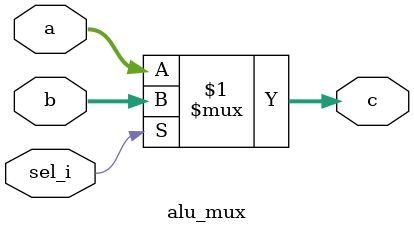
<source format=v>
module alu_mux(
    input [31:0] a,
    input [31:0] b,
    input sel_i,
    output [31:0] c


);

    assign c = sel_i ? b : a;

endmodule
</source>
